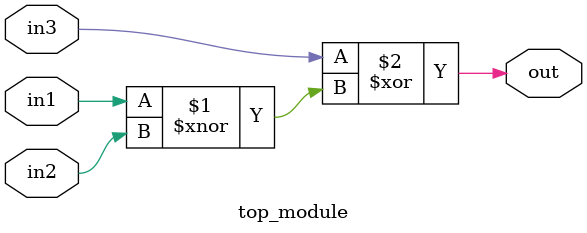
<source format=v>
module top_module (
    input in1,
    input in2,
    input in3,
    output out);
    
    assign out = in3^(in1^~in2);

endmodule

</source>
